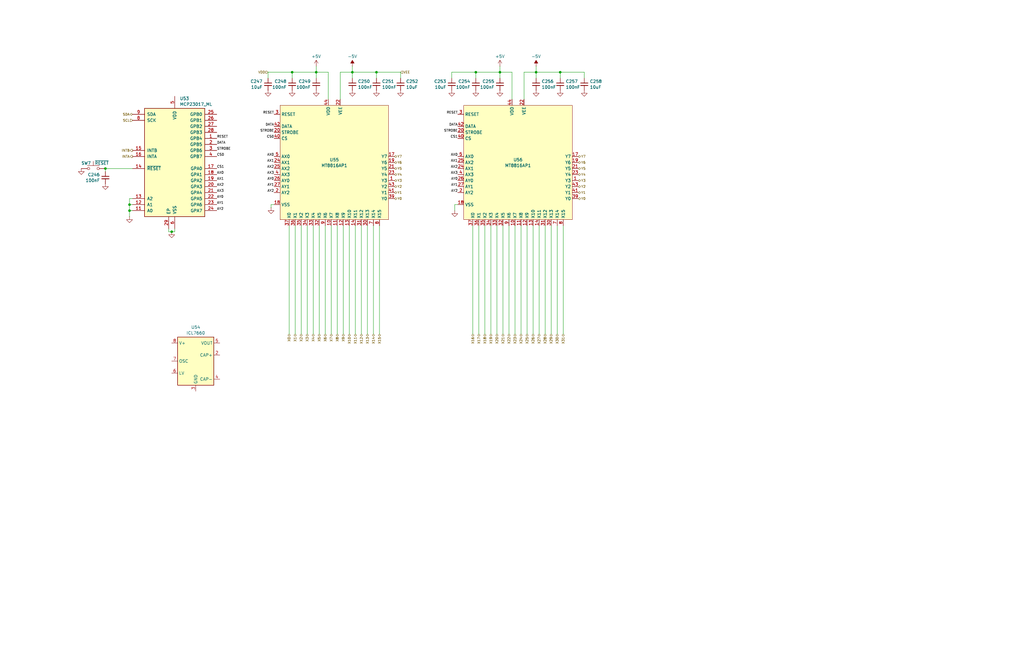
<source format=kicad_sch>
(kicad_sch (version 20250114) (generator "eeschema") (generator_version "9.0")
  (paper "B")
  (lib_symbols
    (symbol "AudioPanelLibrary:MT8816AP1"
      (property "Reference" "U" (at 0.254 2.286 0))
      (property "Value" "MT8816AP1" (at 0.254 -0.762 0))
      (symbol "MT8816AP1_0_0"
        (pin input line (at -25.4 20.32 0) (length 2.54) (name "RESET") (number "3"))
        (pin input line (at -25.4 15.24 0) (length 2.54) (name "DATA") (number "42"))
        (pin input line (at -25.4 12.7 0) (length 2.54) (name "STROBE") (number "20"))
        (pin input line (at -25.4 10.16 0) (length 2.54) (name "CS") (number "40"))
        (pin input line (at -25.4 2.54 0) (length 2.54) (name "AX0") (number "5"))
        (pin input line (at -25.4 0 0) (length 2.54) (name "AX2") (number "25"))
        (pin input line (at -25.4 -2.54 0) (length 2.54) (name "AX1") (number "24"))
        (pin input line (at -25.4 -5.08 0) (length 2.54) (name "AX3") (number "4"))
        (pin input line (at -25.4 -7.62 0) (length 2.54) (name "AY0") (number "26"))
        (pin input line (at -25.4 -10.16 0) (length 2.54) (name "AY1") (number "27"))
        (pin input line (at -25.4 -12.7 0) (length 2.54) (name "AY2") (number "2"))
        (pin power_in line (at -25.4 -17.78 0) (length 2.54) (name "VSS") (number "18"))
        (pin bidirectional line (at -19.05 -26.67 90) (length 2.54) (name "X0") (number "37"))
        (pin bidirectional line (at -16.51 -26.67 90) (length 2.54) (name "X1") (number "36"))
        (pin bidirectional line (at -13.97 -26.67 90) (length 2.54) (name "X2") (number "35"))
        (pin bidirectional line (at -11.43 -26.67 90) (length 2.54) (name "X3") (number "34"))
        (pin bidirectional line (at -8.89 -26.67 90) (length 2.54) (name "X4") (number "33"))
        (pin bidirectional line (at -6.35 -26.67 90) (length 2.54) (name "X5") (number "32"))
        (pin bidirectional line (at -3.81 -26.67 90) (length 2.54) (name "X6") (number "9"))
        (pin power_in line (at -2.54 26.67 270) (length 2.54) (name "VDD") (number "44"))
        (pin bidirectional line (at -1.27 -26.67 90) (length 2.54) (name "X7") (number "10"))
        (pin bidirectional line (at 1.27 -26.67 90) (length 2.54) (name "X8") (number "11"))
        (pin power_in line (at 2.54 26.67 270) (length 2.54) (name "VEE") (number "22"))
        (pin bidirectional line (at 3.81 -26.67 90) (length 2.54) (name "X9") (number "12"))
        (pin bidirectional line (at 6.35 -26.67 90) (length 2.54) (name "X10") (number "13"))
        (pin bidirectional line (at 8.89 -26.67 90) (length 2.54) (name "X11") (number "14"))
        (pin bidirectional line (at 11.43 -26.67 90) (length 2.54) (name "X12") (number "31"))
        (pin bidirectional line (at 13.97 -26.67 90) (length 2.54) (name "X13") (number "30"))
        (pin bidirectional line (at 16.51 -26.67 90) (length 2.54) (name "X14") (number "7"))
        (pin bidirectional line (at 19.05 -26.67 90) (length 2.54) (name "X15") (number "8"))
        (pin no_connect line (at 25.4 20.32 180) (length 2.54) (hide yes) (name "NC") (number "6"))
        (pin no_connect line (at 25.4 17.78 180) (length 2.54) (hide yes) (name "NC") (number "15"))
        (pin no_connect line (at 25.4 15.24 180) (length 2.54) (hide yes) (name "NC") (number "16"))
        (pin no_connect line (at 25.4 12.7 180) (length 2.54) (hide yes) (name "NC") (number "28"))
        (pin no_connect line (at 25.4 10.16 180) (length 2.54) (hide yes) (name "NC") (number "29"))
        (pin no_connect line (at 25.4 7.62 180) (length 2.54) (hide yes) (name "NC") (number "38"))
        (pin bidirectional line (at 25.4 2.54 180) (length 2.54) (name "Y7") (number "17"))
        (pin bidirectional line (at 25.4 0 180) (length 2.54) (name "Y6") (number "19"))
        (pin bidirectional line (at 25.4 -2.54 180) (length 2.54) (name "Y5") (number "21"))
        (pin bidirectional line (at 25.4 -5.08 180) (length 2.54) (name "Y4") (number "23"))
        (pin bidirectional line (at 25.4 -7.62 180) (length 2.54) (name "Y3") (number "1"))
        (pin bidirectional line (at 25.4 -10.16 180) (length 2.54) (name "Y2") (number "43"))
        (pin bidirectional line (at 25.4 -12.7 180) (length 2.54) (name "Y1") (number "41"))
        (pin bidirectional line (at 25.4 -15.24 180) (length 2.54) (name "Y0") (number "39"))
      )
      (symbol "MT8816AP1_1_1"
        (rectangle (start -22.86 24.13) (end 22.86 -24.13) (fill (type background)))
      )
    )
    (symbol "Device:C_Small" (pin_numbers (hide yes)) (pin_names (offset 0.254) (hide yes))
      (property "Reference" "C" (at 0.254 1.778 0))
      (property "Value" "C_Small" (at 0.254 -2.032 0))
      (symbol "C_Small_0_1"
        (polyline (pts (xy -1.524 0.508) (xy 1.524 0.508)) (stroke (width 0.3048)))
        (polyline (pts (xy -1.524 -0.508) (xy 1.524 -0.508)) (stroke (width 0.3302)))
      )
      (symbol "C_Small_1_1"
        (pin passive line (at 0 2.54 270) (length 2.032) (name "~") (number "1"))
        (pin passive line (at 0 -2.54 90) (length 2.032) (name "~") (number "2"))
      )
    )
    (symbol "Interface_Expansion:MCP23017_ML" (pin_names (offset 1.016))
      (property "Reference" "U" (at -11.43 24.13 0))
      (property "Value" "MCP23017_ML" (at 0 0 0))
      (symbol "MCP23017_ML_0_1"
        (rectangle (start -12.7 22.86) (end 12.7 -22.86) (stroke (width 0.254)) (fill (type background)))
      )
      (symbol "MCP23017_ML_1_1"
        (pin bidirectional line (at -17.78 20.32 0) (length 5.08) (name "SDA") (number "9"))
        (pin input line (at -17.78 17.78 0) (length 5.08) (name "SCK") (number "8"))
        (pin tri_state line (at -17.78 5.08 0) (length 5.08) (name "INTB") (number "15"))
        (pin tri_state line (at -17.78 2.54 0) (length 5.08) (name "INTA") (number "16"))
        (pin input line (at -17.78 -2.54 0) (length 5.08) (name "~{RESET}") (number "14"))
        (pin input line (at -17.78 -15.24 0) (length 5.08) (name "A2") (number "13"))
        (pin input line (at -17.78 -17.78 0) (length 5.08) (name "A1") (number "12"))
        (pin input line (at -17.78 -20.32 0) (length 5.08) (name "A0") (number "11"))
        (pin no_connect line (at -12.7 15.24 0) (length 5.08) (hide yes) (name "NC") (number "7"))
        (pin no_connect line (at -12.7 12.7 0) (length 5.08) (hide yes) (name "NC") (number "10"))
        (pin passive line (at -2.54 -27.94 90) (length 5.08) (name "EP") (number "29"))
        (pin power_in line (at 0 27.94 270) (length 5.08) (name "VDD") (number "5"))
        (pin power_in line (at 0 -27.94 90) (length 5.08) (name "VSS") (number "6"))
        (pin bidirectional line (at 17.78 20.32 180) (length 5.08) (name "GPB0") (number "25"))
        (pin bidirectional line (at 17.78 17.78 180) (length 5.08) (name "GPB1") (number "26"))
        (pin bidirectional line (at 17.78 15.24 180) (length 5.08) (name "GPB2") (number "27"))
        (pin bidirectional line (at 17.78 12.7 180) (length 5.08) (name "GPB3") (number "28"))
        (pin bidirectional line (at 17.78 10.16 180) (length 5.08) (name "GPB4") (number "1"))
        (pin bidirectional line (at 17.78 7.62 180) (length 5.08) (name "GPB5") (number "2"))
        (pin bidirectional line (at 17.78 5.08 180) (length 5.08) (name "GPB6") (number "3"))
        (pin output line (at 17.78 2.54 180) (length 5.08) (name "GPB7") (number "4"))
        (pin bidirectional line (at 17.78 -2.54 180) (length 5.08) (name "GPA0") (number "17"))
        (pin bidirectional line (at 17.78 -5.08 180) (length 5.08) (name "GPA1") (number "18"))
        (pin bidirectional line (at 17.78 -7.62 180) (length 5.08) (name "GPA2") (number "19"))
        (pin bidirectional line (at 17.78 -10.16 180) (length 5.08) (name "GPA3") (number "20"))
        (pin bidirectional line (at 17.78 -12.7 180) (length 5.08) (name "GPA4") (number "21"))
        (pin bidirectional line (at 17.78 -15.24 180) (length 5.08) (name "GPA5") (number "22"))
        (pin bidirectional line (at 17.78 -17.78 180) (length 5.08) (name "GPA6") (number "23"))
        (pin output line (at 17.78 -20.32 180) (length 5.08) (name "GPA7") (number "24"))
      )
    )
    (symbol "MT8816AP1_1"
      (property "Reference" "U" (at 0.254 2.286 0))
      (property "Value" "MT8816AP1" (at 0.254 -0.762 0))
      (symbol "MT8816AP1_1_0_0"
        (pin input line (at -25.4 20.32 0) (length 2.54) (name "RESET") (number "3"))
        (pin input line (at -25.4 15.24 0) (length 2.54) (name "DATA") (number "42"))
        (pin input line (at -25.4 12.7 0) (length 2.54) (name "STROBE") (number "20"))
        (pin input line (at -25.4 10.16 0) (length 2.54) (name "CS") (number "40"))
        (pin input line (at -25.4 2.54 0) (length 2.54) (name "AX0") (number "5"))
        (pin input line (at -25.4 0 0) (length 2.54) (name "AX1") (number "24"))
        (pin input line (at -25.4 -2.54 0) (length 2.54) (name "AX2") (number "25"))
        (pin input line (at -25.4 -5.08 0) (length 2.54) (name "AX3") (number "4"))
        (pin input line (at -25.4 -7.62 0) (length 2.54) (name "AY0") (number "26"))
        (pin input line (at -25.4 -10.16 0) (length 2.54) (name "AY1") (number "27"))
        (pin input line (at -25.4 -12.7 0) (length 2.54) (name "AY2") (number "2"))
        (pin power_in line (at -25.4 -17.78 0) (length 2.54) (name "VSS") (number "18"))
        (pin bidirectional line (at -19.05 -26.67 90) (length 2.54) (name "X0") (number "37"))
        (pin bidirectional line (at -16.51 -26.67 90) (length 2.54) (name "X1") (number "36"))
        (pin bidirectional line (at -13.97 -26.67 90) (length 2.54) (name "X2") (number "35"))
        (pin bidirectional line (at -11.43 -26.67 90) (length 2.54) (name "X3") (number "34"))
        (pin bidirectional line (at -8.89 -26.67 90) (length 2.54) (name "X4") (number "33"))
        (pin bidirectional line (at -6.35 -26.67 90) (length 2.54) (name "X5") (number "32"))
        (pin bidirectional line (at -3.81 -26.67 90) (length 2.54) (name "X6") (number "9"))
        (pin power_in line (at -2.54 26.67 270) (length 2.54) (name "VDD") (number "44"))
        (pin bidirectional line (at -1.27 -26.67 90) (length 2.54) (name "X7") (number "10"))
        (pin bidirectional line (at 1.27 -26.67 90) (length 2.54) (name "X8") (number "11"))
        (pin power_in line (at 2.54 26.67 270) (length 2.54) (name "VEE") (number "22"))
        (pin bidirectional line (at 3.81 -26.67 90) (length 2.54) (name "X9") (number "12"))
        (pin bidirectional line (at 6.35 -26.67 90) (length 2.54) (name "X10") (number "13"))
        (pin bidirectional line (at 8.89 -26.67 90) (length 2.54) (name "X11") (number "14"))
        (pin bidirectional line (at 11.43 -26.67 90) (length 2.54) (name "X12") (number "31"))
        (pin bidirectional line (at 13.97 -26.67 90) (length 2.54) (name "X13") (number "30"))
        (pin bidirectional line (at 16.51 -26.67 90) (length 2.54) (name "X14") (number "7"))
        (pin bidirectional line (at 19.05 -26.67 90) (length 2.54) (name "X15") (number "8"))
        (pin no_connect line (at 25.4 20.32 180) (length 2.54) (hide yes) (name "NC") (number "6"))
        (pin no_connect line (at 25.4 17.78 180) (length 2.54) (hide yes) (name "NC") (number "15"))
        (pin no_connect line (at 25.4 15.24 180) (length 2.54) (hide yes) (name "NC") (number "16"))
        (pin no_connect line (at 25.4 12.7 180) (length 2.54) (hide yes) (name "NC") (number "28"))
        (pin no_connect line (at 25.4 10.16 180) (length 2.54) (hide yes) (name "NC") (number "29"))
        (pin no_connect line (at 25.4 7.62 180) (length 2.54) (hide yes) (name "NC") (number "38"))
        (pin bidirectional line (at 25.4 2.54 180) (length 2.54) (name "Y7") (number "17"))
        (pin bidirectional line (at 25.4 0 180) (length 2.54) (name "Y6") (number "19"))
        (pin bidirectional line (at 25.4 -2.54 180) (length 2.54) (name "Y5") (number "21"))
        (pin bidirectional line (at 25.4 -5.08 180) (length 2.54) (name "Y4") (number "23"))
        (pin bidirectional line (at 25.4 -7.62 180) (length 2.54) (name "Y3") (number "1"))
        (pin bidirectional line (at 25.4 -10.16 180) (length 2.54) (name "Y2") (number "43"))
        (pin bidirectional line (at 25.4 -12.7 180) (length 2.54) (name "Y1") (number "41"))
        (pin bidirectional line (at 25.4 -15.24 180) (length 2.54) (name "Y0") (number "39"))
      )
      (symbol "MT8816AP1_1_1_1"
        (rectangle (start -22.86 24.13) (end 22.86 -24.13) (fill (type background)))
      )
    )
    (symbol "Regulator_SwitchedCapacitor:ICL7660"
      (property "Reference" "U" (at -6.35 11.43 0))
      (property "Value" "ICL7660" (at 3.81 11.43 0))
      (symbol "ICL7660_0_1"
        (rectangle (start -7.62 10.16) (end 7.62 -10.16) (stroke (width 0.254)) (fill (type background)))
      )
      (symbol "ICL7660_1_1"
        (pin power_in line (at -10.16 7.62 0) (length 2.54) (name "V+") (number "8"))
        (pin input line (at -10.16 0 0) (length 2.54) (name "OSC") (number "7"))
        (pin input line (at -10.16 -5.08 0) (length 2.54) (name "LV") (number "6"))
        (pin no_connect line (at -7.62 5.08 0) (length 2.54) (hide yes) (name "NC") (number "1"))
        (pin power_in line (at 0 -12.7 90) (length 2.54) (name "GND") (number "3"))
        (pin power_out line (at 10.16 7.62 180) (length 2.54) (name "VOUT") (number "5"))
        (pin input line (at 10.16 2.54 180) (length 2.54) (name "CAP+") (number "2"))
        (pin input line (at 10.16 -7.62 180) (length 2.54) (name "CAP-") (number "4"))
      )
    )
    (symbol "Switch:SW_Push" (pin_numbers (hide yes)) (pin_names (offset 1.016) (hide yes))
      (property "Reference" "SW" (at 1.27 2.54 0))
      (property "Value" "SW_Push" (at 0 -1.524 0))
      (symbol "SW_Push_0_1"
        (circle (center -2.032 0) (radius 0.508))
        (polyline (pts (xy 0 1.27) (xy 0 3.048)))
        (circle (center 2.032 0) (radius 0.508))
        (polyline (pts (xy 2.54 1.27) (xy -2.54 1.27)))
        (pin passive line (at -5.08 0 0) (length 2.54) (name "1") (number "1"))
        (pin passive line (at 5.08 0 180) (length 2.54) (name "2") (number "2"))
      )
    )
    (symbol "power:+5V" (power) (pin_numbers (hide yes)) (pin_names (offset 0) (hide yes))
      (property "Value" "+5V" (at 0 3.556 0))
      (symbol "+5V_0_1"
        (polyline (pts (xy -0.762 1.27) (xy 0 2.54)))
        (polyline (pts (xy 0 2.54) (xy 0.762 1.27)))
        (polyline (pts (xy 0 0) (xy 0 2.54)))
      )
      (symbol "+5V_1_1"
        (pin power_in line (at 0 0 90) (length 0) (name "~") (number "1"))
      )
    )
    (symbol "power:-5V" (power) (pin_numbers (hide yes)) (pin_names (offset 0) (hide yes))
      (property "Value" "-5V" (at 0 3.556 0))
      (symbol "-5V_0_0"
        (pin power_in line (at 0 0 90) (length 0) (name "~") (number "1"))
      )
      (symbol "-5V_0_1"
        (polyline (pts (xy 0 0) (xy 0 1.27) (xy 0.762 1.27) (xy 0 2.54) (xy -0.762 1.27) (xy 0 1.27)) (fill (type outline)))
      )
    )
    (symbol "power:GND" (power) (pin_numbers (hide yes)) (pin_names (offset 0) (hide yes))
      (property "Value" "GND" (at 0 -3.81 0))
      (symbol "GND_0_1"
        (polyline (pts (xy 0 0) (xy 0 -1.27) (xy 1.27 -1.27) (xy 0 -2.54) (xy -1.27 -1.27) (xy 0 -1.27)))
      )
      (symbol "GND_1_1"
        (pin power_in line (at 0 0 270) (length 0) (name "~") (number "1"))
      )
    )
  )
  (junction (at 123.19 30.48))
  (junction (at 133.35 30.48))
  (junction (at 210.82 30.48))
  (junction (at 158.75 30.48))
  (junction (at 226.06 30.48))
  (junction (at 200.66 30.48))
  (junction (at 148.59 30.48))
  (junction (at 72.39 97.79))
  (junction (at 54.61 88.9))
  (junction (at 236.22 30.48))
  (junction (at 44.45 71.12))
  (junction (at 54.61 86.36))
  (wire (pts (xy 123.19 30.48) (xy 133.35 30.48)))
  (wire (pts (xy 114.3 86.36) (xy 115.57 86.36)))
  (wire (pts (xy 121.92 95.25) (xy 121.92 140.97)))
  (wire (pts (xy 73.66 96.52) (xy 73.66 97.79)))
  (wire (pts (xy 54.61 86.36) (xy 55.88 86.36)))
  (wire (pts (xy 226.06 30.48) (xy 226.06 33.02)))
  (wire (pts (xy 147.32 95.25) (xy 147.32 140.97)))
  (wire (pts (xy 123.19 33.02) (xy 123.19 30.48)))
  (wire (pts (xy 210.82 27.94) (xy 210.82 30.48)))
  (wire (pts (xy 54.61 83.82) (xy 55.88 83.82)))
  (wire (pts (xy 201.93 95.25) (xy 201.93 140.97)))
  (wire (pts (xy 54.61 91.44) (xy 54.61 88.9)))
  (wire (pts (xy 129.54 95.25) (xy 129.54 140.97)))
  (wire (pts (xy 144.78 95.25) (xy 144.78 140.97)))
  (wire (pts (xy 148.59 27.94) (xy 148.59 30.48)))
  (wire (pts (xy 152.4 95.25) (xy 152.4 140.97)))
  (wire (pts (xy 226.06 27.94) (xy 226.06 30.48)))
  (wire (pts (xy 73.66 97.79) (xy 72.39 97.79)))
  (wire (pts (xy 209.55 95.25) (xy 209.55 140.97)))
  (wire (pts (xy 134.62 95.25) (xy 134.62 140.97)))
  (wire (pts (xy 133.35 27.94) (xy 133.35 30.48)))
  (wire (pts (xy 168.91 30.48) (xy 168.91 33.02)))
  (wire (pts (xy 229.87 95.25) (xy 229.87 140.97)))
  (wire (pts (xy 72.39 97.79) (xy 71.12 97.79)))
  (wire (pts (xy 160.02 95.25) (xy 160.02 140.97)))
  (wire (pts (xy 154.94 95.25) (xy 154.94 140.97)))
  (wire (pts (xy 158.75 30.48) (xy 158.75 33.02)))
  (wire (pts (xy 190.5 30.48) (xy 200.66 30.48)))
  (wire (pts (xy 54.61 88.9) (xy 54.61 86.36)))
  (wire (pts (xy 54.61 86.36) (xy 54.61 83.82)))
  (wire (pts (xy 217.17 95.25) (xy 217.17 140.97)))
  (wire (pts (xy 54.61 88.9) (xy 55.88 88.9)))
  (wire (pts (xy 157.48 95.25) (xy 157.48 140.97)))
  (wire (pts (xy 113.03 30.48) (xy 113.03 33.02)))
  (wire (pts (xy 127 95.25) (xy 127 140.97)))
  (wire (pts (xy 246.38 30.48) (xy 246.38 33.02)))
  (wire (pts (xy 149.86 95.25) (xy 149.86 140.97)))
  (wire (pts (xy 158.75 30.48) (xy 168.91 30.48)))
  (wire (pts (xy 212.09 95.25) (xy 212.09 140.97)))
  (wire (pts (xy 138.43 30.48) (xy 133.35 30.48)))
  (wire (pts (xy 148.59 30.48) (xy 158.75 30.48)))
  (wire (pts (xy 114.3 87.63) (xy 114.3 86.36)))
  (wire (pts (xy 214.63 95.25) (xy 214.63 140.97)))
  (wire (pts (xy 210.82 30.48) (xy 210.82 33.02)))
  (wire (pts (xy 236.22 30.48) (xy 236.22 33.02)))
  (wire (pts (xy 226.06 30.48) (xy 236.22 30.48)))
  (wire (pts (xy 199.39 95.25) (xy 199.39 140.97)))
  (wire (pts (xy 148.59 30.48) (xy 148.59 33.02)))
  (wire (pts (xy 133.35 30.48) (xy 133.35 33.02)))
  (wire (pts (xy 234.95 95.25) (xy 234.95 140.97)))
  (wire (pts (xy 143.51 30.48) (xy 148.59 30.48)))
  (wire (pts (xy 224.79 95.25) (xy 224.79 140.97)))
  (wire (pts (xy 207.01 95.25) (xy 207.01 140.97)))
  (wire (pts (xy 227.33 95.25) (xy 227.33 140.97)))
  (wire (pts (xy 237.49 95.25) (xy 237.49 140.97)))
  (wire (pts (xy 215.9 30.48) (xy 210.82 30.48)))
  (wire (pts (xy 191.77 88.9) (xy 191.77 86.36)))
  (wire (pts (xy 44.45 71.12) (xy 44.45 72.39)))
  (wire (pts (xy 220.98 41.91) (xy 220.98 30.48)))
  (wire (pts (xy 200.66 30.48) (xy 210.82 30.48)))
  (wire (pts (xy 142.24 95.25) (xy 142.24 140.97)))
  (wire (pts (xy 222.25 95.25) (xy 222.25 140.97)))
  (wire (pts (xy 190.5 30.48) (xy 190.5 33.02)))
  (wire (pts (xy 219.71 95.25) (xy 219.71 140.97)))
  (wire (pts (xy 132.08 95.25) (xy 132.08 140.97)))
  (wire (pts (xy 124.46 95.25) (xy 124.46 140.97)))
  (wire (pts (xy 236.22 30.48) (xy 246.38 30.48)))
  (wire (pts (xy 139.7 95.25) (xy 139.7 140.97)))
  (wire (pts (xy 215.9 41.91) (xy 215.9 30.48)))
  (wire (pts (xy 200.66 33.02) (xy 200.66 30.48)))
  (wire (pts (xy 204.47 95.25) (xy 204.47 140.97)))
  (wire (pts (xy 44.45 71.12) (xy 55.88 71.12)))
  (wire (pts (xy 137.16 95.25) (xy 137.16 140.97)))
  (wire (pts (xy 71.12 96.52) (xy 71.12 97.79)))
  (wire (pts (xy 143.51 41.91) (xy 143.51 30.48)))
  (wire (pts (xy 191.77 86.36) (xy 193.04 86.36)))
  (wire (pts (xy 220.98 30.48) (xy 226.06 30.48)))
  (wire (pts (xy 113.03 30.48) (xy 123.19 30.48)))
  (wire (pts (xy 138.43 41.91) (xy 138.43 30.48)))
  (wire (pts (xy 232.41 95.25) (xy 232.41 140.97)))
  (label "CS0" (at 115.57 58.42 180) (effects (font (size 1 1))))
  (label "RESET" (at 115.57 48.26 180) (effects (font (size 1 1))))
  (label "AX2" (at 193.04 71.12 180) (effects (font (size 1 1))))
  (label "AY0" (at 115.57 76.2 180) (effects (font (size 1 1))))
  (label "STROBE" (at 115.57 55.88 180) (effects (font (size 1 1))))
  (label "AX2" (at 91.44 78.74 0) (effects (font (size 1 1))))
  (label "AY0" (at 91.44 83.82 0) (effects (font (size 1 1))))
  (label "AX1" (at 91.44 76.2 0) (effects (font (size 1 1))))
  (label "AX0" (at 193.04 66.04 180) (effects (font (size 1 1))))
  (label "AY2" (at 115.57 81.28 180) (effects (font (size 1 1))))
  (label "AY1" (at 91.44 86.36 0) (effects (font (size 1 1))))
  (label "AY1" (at 115.57 78.74 180) (effects (font (size 1 1))))
  (label "CS1" (at 91.44 71.12 0) (effects (font (size 1 1))))
  (label "CS0" (at 91.44 66.04 0) (effects (font (size 1 1))))
  (label "AY2" (at 91.44 88.9 0) (effects (font (size 1 1))))
  (label "AX1" (at 193.04 68.58 180) (effects (font (size 1 1))))
  (label "RESET" (at 91.44 58.42 0) (effects (font (size 1 1))))
  (label "STROBE" (at 193.04 55.88 180) (effects (font (size 1 1))))
  (label "AY1" (at 193.04 78.74 180) (effects (font (size 1 1))))
  (label "DATA" (at 115.57 53.34 180) (effects (font (size 1 1))))
  (label "AX0" (at 91.44 73.66 0) (effects (font (size 1 1))))
  (label "AX0" (at 115.57 66.04 180) (effects (font (size 1 1))))
  (label "RESET" (at 193.04 48.26 180) (effects (font (size 1 1))))
  (label "AX1" (at 115.57 68.58 180) (effects (font (size 1 1))))
  (label "AX3" (at 91.44 81.28 0) (effects (font (size 1 1))))
  (label "AX3" (at 115.57 73.66 180) (effects (font (size 1 1))))
  (label "DATA" (at 193.04 53.34 180) (effects (font (size 1 1))))
  (label "AY2" (at 193.04 81.28 180) (effects (font (size 1 1))))
  (label "AX3" (at 193.04 73.66 180) (effects (font (size 1 1))))
  (label "CS1" (at 193.04 58.42 180) (effects (font (size 1 1))))
  (label "AY0" (at 193.04 76.2 180) (effects (font (size 1 1))))
  (label "STROBE" (at 91.44 63.5 0) (effects (font (size 1 1))))
  (label "DATA" (at 91.44 60.96 0) (effects (font (size 1 1))))
  (label "AX2" (at 115.57 71.12 180) (effects (font (size 1 1))))
  (hierarchical_label "X27" (shape bidirectional) (at 227.33 140.97 270) (effects (font (size 1 1))))
  (hierarchical_label "Y6" (shape bidirectional) (at 166.37 68.58 0) (effects (font (size 1 1))))
  (hierarchical_label "X23" (shape bidirectional) (at 217.17 140.97 270) (effects (font (size 1 1))))
  (hierarchical_label "X0" (shape bidirectional) (at 121.92 140.97 270) (effects (font (size 1 1))))
  (hierarchical_label "Y2" (shape bidirectional) (at 243.84 78.74 0) (effects (font (size 1 1))))
  (hierarchical_label "Y0" (shape bidirectional) (at 243.84 83.82 0) (effects (font (size 1 1))))
  (hierarchical_label "X7" (shape bidirectional) (at 139.7 140.97 270) (effects (font (size 1 1))))
  (hierarchical_label "Y5" (shape bidirectional) (at 243.84 71.12 0) (effects (font (size 1 1))))
  (hierarchical_label "Y4" (shape bidirectional) (at 243.84 73.66 0) (effects (font (size 1 1))))
  (hierarchical_label "Y1" (shape bidirectional) (at 243.84 81.28 0) (effects (font (size 1 1))))
  (hierarchical_label "Y1" (shape bidirectional) (at 166.37 81.28 0) (effects (font (size 1 1))))
  (hierarchical_label "X6" (shape bidirectional) (at 137.16 140.97 270) (effects (font (size 1 1))))
  (hierarchical_label "X20" (shape bidirectional) (at 209.55 140.97 270) (effects (font (size 1 1))))
  (hierarchical_label "Y3" (shape bidirectional) (at 166.37 76.2 0) (effects (font (size 1 1))))
  (hierarchical_label "Y2" (shape bidirectional) (at 166.37 78.74 0) (effects (font (size 1 1))))
  (hierarchical_label "X9" (shape bidirectional) (at 144.78 140.97 270) (effects (font (size 1 1))))
  (hierarchical_label "X30" (shape bidirectional) (at 234.95 140.97 270) (effects (font (size 1 1))))
  (hierarchical_label "Y7" (shape bidirectional) (at 166.37 66.04 0) (effects (font (size 1 1))))
  (hierarchical_label "X12" (shape bidirectional) (at 152.4 140.97 270) (effects (font (size 1 1))))
  (hierarchical_label "X13" (shape bidirectional) (at 154.94 140.97 270) (effects (font (size 1 1))))
  (hierarchical_label "SDA" (shape bidirectional) (at 55.88 48.26 180) (effects (font (size 1 1))))
  (hierarchical_label "Y4" (shape bidirectional) (at 166.37 73.66 0) (effects (font (size 1 1))))
  (hierarchical_label "X21" (shape bidirectional) (at 212.09 140.97 270) (effects (font (size 1 1))))
  (hierarchical_label "VDD" (shape input) (at 113.03 30.48 180) (effects (font (size 1 1))))
  (hierarchical_label "Y5" (shape bidirectional) (at 166.37 71.12 0) (effects (font (size 1 1))))
  (hierarchical_label "X8" (shape bidirectional) (at 142.24 140.97 270) (effects (font (size 1 1))))
  (hierarchical_label "Y7" (shape bidirectional) (at 243.84 66.04 0) (effects (font (size 1 1))))
  (hierarchical_label "SCL" (shape input) (at 55.88 50.8 180) (effects (font (size 1 1))))
  (hierarchical_label "X25" (shape bidirectional) (at 222.25 140.97 270) (effects (font (size 1 1))))
  (hierarchical_label "X19" (shape bidirectional) (at 207.01 140.97 270) (effects (font (size 1 1))))
  (hierarchical_label "X1" (shape bidirectional) (at 124.46 140.97 270) (effects (font (size 1 1))))
  (hierarchical_label "X3" (shape bidirectional) (at 129.54 140.97 270) (effects (font (size 1 1))))
  (hierarchical_label "Y0" (shape bidirectional) (at 166.37 83.82 0) (effects (font (size 1 1))))
  (hierarchical_label "Y6" (shape bidirectional) (at 243.84 68.58 0) (effects (font (size 1 1))))
  (hierarchical_label "X29" (shape bidirectional) (at 232.41 140.97 270) (effects (font (size 1 1))))
  (hierarchical_label "X28" (shape bidirectional) (at 229.87 140.97 270) (effects (font (size 1 1))))
  (hierarchical_label "X16" (shape bidirectional) (at 199.39 140.97 270) (effects (font (size 1 1))))
  (hierarchical_label "X24" (shape bidirectional) (at 219.71 140.97 270) (effects (font (size 1 1))))
  (hierarchical_label "X18" (shape bidirectional) (at 204.47 140.97 270) (effects (font (size 1 1))))
  (hierarchical_label "X17" (shape bidirectional) (at 201.93 140.97 270) (effects (font (size 1 1))))
  (hierarchical_label "INTA" (shape output) (at 55.88 66.04 180) (effects (font (size 1 1))))
  (hierarchical_label "VEE" (shape input) (at 168.91 30.48 0) (effects (font (size 1 1))))
  (hierarchical_label "X22" (shape bidirectional) (at 214.63 140.97 270) (effects (font (size 1 1))))
  (hierarchical_label "X14" (shape bidirectional) (at 157.48 140.97 270) (effects (font (size 1 1))))
  (hierarchical_label "INTB" (shape output) (at 55.88 63.5 180) (effects (font (size 1 1))))
  (hierarchical_label "X15" (shape bidirectional) (at 160.02 140.97 270) (effects (font (size 1 1))))
  (hierarchical_label "X5" (shape bidirectional) (at 134.62 140.97 270) (effects (font (size 1 1))))
  (hierarchical_label "X31" (shape bidirectional) (at 237.49 140.97 270) (effects (font (size 1 1))))
  (hierarchical_label "X11" (shape bidirectional) (at 149.86 140.97 270) (effects (font (size 1 1))))
  (hierarchical_label "X2" (shape bidirectional) (at 127 140.97 270) (effects (font (size 1 1))))
  (hierarchical_label "X10" (shape bidirectional) (at 147.32 140.97 270) (effects (font (size 1 1))))
  (hierarchical_label "X26" (shape bidirectional) (at 224.79 140.97 270) (effects (font (size 1 1))))
  (hierarchical_label "X4" (shape bidirectional) (at 132.08 140.97 270) (effects (font (size 1 1))))
  (hierarchical_label "Y3" (shape bidirectional) (at 243.84 76.2 0) (effects (font (size 1 1))))
  (symbol (lib_id "Device:C_Small") (at 246.38 35.56 0) (unit 1)
    (property "Reference" "C258" (at 248.7041 34.3541 0) (effects (justify left)))
    (property "Value" "10uF" (at 248.7041 36.7784 0) (effects (justify left)))
    (property "Description" "Unpolarized capacitor, small symbol" (effects (hide yes)))
  )
  (symbol (lib_id "Device:C_Small") (at 158.75 35.56 0) (unit 1)
    (property "Reference" "C251" (at 161.0741 34.3541 0) (effects (justify left)))
    (property "Value" "100nF" (at 161.0741 36.7784 0) (effects (justify left)))
    (property "Description" "Unpolarized capacitor, small symbol" (effects (hide yes)))
  )
  (symbol (lib_id "power:GND") (at 54.61 91.44 0) (unit 1)
    (property "Reference" "#PWR0447" (effects (hide yes)))
    (property "Value" "GND" (effects (hide yes)))
    (property "Description" "Power symbol creates a global label with name \"GND\" , ground" (effects (hide yes)))
  )
  (symbol (lib_id "power:GND") (at 113.03 38.1 0) (unit 1)
    (property "Reference" "#PWR0451" (effects (hide yes)))
    (property "Value" "GND" (effects (hide yes)))
    (property "Description" "Power symbol creates a global label with name \"GND\" , ground" (effects (hide yes)))
  )
  (symbol (lib_id "power:+5V") (at 210.82 27.94 0) (unit 1)
    (property "Reference" "#PWR0463" (effects (hide yes)))
    (property "Value" "+5V" (at 210.82 23.8069 0))
    (property "Description" "Power symbol creates a global label with name \"+5V\"" (effects (hide yes)))
  )
  (symbol (lib_id "AudioPanelLibrary:MT8816AP1") (at 218.44 68.58 0) (unit 1)
    (property "Reference" "U56" (at 218.44 67.4257 0))
    (property "Value" "MT8816AP1" (at 218.44 69.85 0))
    (property "Footprint" "Package_LCC:PLCC-44" (effects (hide yes)))
    (property "Datasheet" "https://www.es.co.th/Schemetic/PDF/MT8816.PDF" (effects (hide yes)))
    (property "Description" "8 x 16 Analog Switch Array" (effects (hide yes)))
  )
  (symbol (lib_id "Device:C_Small") (at 236.22 35.56 0) (unit 1)
    (property "Reference" "C257" (at 238.5441 34.3541 0) (effects (justify left)))
    (property "Value" "100nF" (at 238.5441 36.7784 0) (effects (justify left)))
    (property "Description" "Unpolarized capacitor, small symbol" (effects (hide yes)))
  )
  (symbol (lib_id "Regulator_SwitchedCapacitor:ICL7660") (at 82.55 152.4 0) (unit 1)
    (property "Reference" "U54" (at 82.55 138.0955 0))
    (property "Value" "ICL7660" (at 82.55 140.5198 0))
    (property "Datasheet" "http://datasheets.maximintegrated.com/en/ds/ICL7660-MAX1044.pdf" (effects (hide yes)))
    (property "Description" "Switched-Capacitor Voltage Converter, 1.5V to 10.0V operating supply voltage, 10mA with a 0.5V output drop, SO-8/DIP-8/µMAX-8/TO-99" (effects (hide yes)))
  )
  (symbol (lib_id "power:GND") (at 34.29 71.12 0) (unit 1)
    (property "Reference" "#PWR0445" (effects (hide yes)))
    (property "Value" "GND" (effects (hide yes)))
    (property "Description" "Power symbol creates a global label with name \"GND\" , ground" (effects (hide yes)))
  )
  (symbol (lib_id "power:+5V") (at 133.35 27.94 0) (unit 1)
    (property "Reference" "#PWR0454" (effects (hide yes)))
    (property "Value" "+5V" (at 133.35 23.8069 0))
    (property "Description" "Power symbol creates a global label with name \"+5V\"" (effects (hide yes)))
  )
  (symbol (lib_id "power:GND") (at 200.66 38.1 0) (unit 1)
    (property "Reference" "#PWR0462" (effects (hide yes)))
    (property "Value" "GND" (effects (hide yes)))
    (property "Description" "Power symbol creates a global label with name \"GND\" , ground" (effects (hide yes)))
  )
  (symbol (lib_name "MT8816AP1_1") (lib_id "AudioPanelLibrary:MT8816AP1") (at 140.97 68.58 0) (unit 1)
    (property "Reference" "U55" (at 140.97 67.4257 0))
    (property "Value" "MT8816AP1" (at 140.97 69.85 0))
    (property "Footprint" "Package_LCC:PLCC-44" (effects (hide yes)))
    (property "Datasheet" "https://www.es.co.th/Schemetic/PDF/MT8816.PDF" (effects (hide yes)))
    (property "Description" "8 x 16 Analog Switch Array" (effects (hide yes)))
  )
  (symbol (lib_id "power:GND") (at 158.75 38.1 0) (unit 1)
    (property "Reference" "#PWR0458" (effects (hide yes)))
    (property "Value" "GND" (effects (hide yes)))
    (property "Description" "Power symbol creates a global label with name \"GND\" , ground" (effects (hide yes)))
  )
  (symbol (lib_id "Device:C_Small") (at 133.35 35.56 0) (mirror y) (unit 1)
    (property "Reference" "C249" (at 131.0259 34.3541 0) (effects (justify left)))
    (property "Value" "100nF" (at 131.0259 36.7784 0) (effects (justify left)))
    (property "Description" "Unpolarized capacitor, small symbol" (effects (hide yes)))
  )
  (symbol (lib_id "power:GND") (at 114.3 87.63 0) (unit 1)
    (property "Reference" "#PWR0452" (effects (hide yes)))
    (property "Value" "GND" (effects (hide yes)))
    (property "Description" "Power symbol creates a global label with name \"GND\" , ground" (effects (hide yes)))
  )
  (symbol (lib_id "Device:C_Small") (at 44.45 74.93 0) (mirror y) (unit 1)
    (property "Reference" "C246" (at 42.1259 73.7241 0) (effects (justify left)))
    (property "Value" "100nF" (at 42.1259 76.1484 0) (effects (justify left)))
    (property "Description" "Unpolarized capacitor, small symbol" (effects (hide yes)))
  )
  (symbol (lib_id "Device:C_Small") (at 123.19 35.56 0) (mirror y) (unit 1)
    (property "Reference" "C248" (at 120.8659 34.3541 0) (effects (justify left)))
    (property "Value" "100nF" (at 120.8659 36.7784 0) (effects (justify left)))
    (property "Description" "Unpolarized capacitor, small symbol" (effects (hide yes)))
  )
  (symbol (lib_id "Device:C_Small") (at 190.5 35.56 0) (mirror y) (unit 1)
    (property "Reference" "C253" (at 188.1759 34.3541 0) (effects (justify left)))
    (property "Value" "10uF" (at 188.1759 36.7784 0) (effects (justify left)))
    (property "Description" "Unpolarized capacitor, small symbol" (effects (hide yes)))
  )
  (symbol (lib_id "power:GND") (at 72.39 97.79 0) (unit 1)
    (property "Reference" "#PWR0449" (effects (hide yes)))
    (property "Value" "GND" (effects (hide yes)))
    (property "Description" "Power symbol creates a global label with name \"GND\" , ground" (effects (hide yes)))
  )
  (symbol (lib_id "Device:C_Small") (at 200.66 35.56 0) (mirror y) (unit 1)
    (property "Reference" "C254" (at 198.3359 34.3541 0) (effects (justify left)))
    (property "Value" "100nF" (at 198.3359 36.7784 0) (effects (justify left)))
    (property "Description" "Unpolarized capacitor, small symbol" (effects (hide yes)))
  )
  (symbol (lib_id "Switch:SW_Push") (at 39.37 71.12 0) (unit 1)
    (property "Reference" "SW7" (at 36.322 68.834 0))
    (property "Value" "~{RESET}" (at 42.926 68.834 0))
    (property "Footprint" "Button_Switch_SMD:SW_SPST_TL3342" (effects (hide yes)))
    (property "Description" "Push button switch, generic, two pins" (effects (hide yes)))
  )
  (symbol (lib_id "power:GND") (at 246.38 38.1 0) (unit 1)
    (property "Reference" "#PWR0468" (effects (hide yes)))
    (property "Value" "GND" (effects (hide yes)))
    (property "Description" "Power symbol creates a global label with name \"GND\" , ground" (effects (hide yes)))
  )
  (symbol (lib_id "power:GND") (at 133.35 38.1 0) (unit 1)
    (property "Reference" "#PWR0455" (effects (hide yes)))
    (property "Value" "GND" (effects (hide yes)))
    (property "Description" "Power symbol creates a global label with name \"GND\" , ground" (effects (hide yes)))
  )
  (symbol (lib_id "power:-5V") (at 226.06 27.94 0) (unit 1)
    (property "Reference" "#PWR0465" (effects (hide yes)))
    (property "Value" "-5V" (at 226.06 23.8069 0))
    (property "Description" "Power symbol creates a global label with name \"-5V\"" (effects (hide yes)))
  )
  (symbol (lib_id "power:GND") (at 210.82 38.1 0) (unit 1)
    (property "Reference" "#PWR0464" (effects (hide yes)))
    (property "Value" "GND" (effects (hide yes)))
    (property "Description" "Power symbol creates a global label with name \"GND\" , ground" (effects (hide yes)))
  )
  (symbol (lib_id "Device:C_Small") (at 210.82 35.56 0) (mirror y) (unit 1)
    (property "Reference" "C255" (at 208.4959 34.3541 0) (effects (justify left)))
    (property "Value" "100nF" (at 208.4959 36.7784 0) (effects (justify left)))
    (property "Description" "Unpolarized capacitor, small symbol" (effects (hide yes)))
  )
  (symbol (lib_id "power:GND") (at 44.45 77.47 0) (unit 1)
    (property "Reference" "#PWR0446" (effects (hide yes)))
    (property "Value" "GND" (effects (hide yes)))
    (property "Description" "Power symbol creates a global label with name \"GND\" , ground" (effects (hide yes)))
  )
  (symbol (lib_id "power:GND") (at 226.06 38.1 0) (unit 1)
    (property "Reference" "#PWR0466" (effects (hide yes)))
    (property "Value" "GND" (effects (hide yes)))
    (property "Description" "Power symbol creates a global label with name \"GND\" , ground" (effects (hide yes)))
  )
  (symbol (lib_id "power:GND") (at 190.5 38.1 0) (unit 1)
    (property "Reference" "#PWR0460" (effects (hide yes)))
    (property "Value" "GND" (effects (hide yes)))
    (property "Description" "Power symbol creates a global label with name \"GND\" , ground" (effects (hide yes)))
  )
  (symbol (lib_id "Device:C_Small") (at 148.59 35.56 0) (unit 1)
    (property "Reference" "C250" (at 150.9141 34.3541 0) (effects (justify left)))
    (property "Value" "100nF" (at 150.9141 36.7784 0) (effects (justify left)))
    (property "Description" "Unpolarized capacitor, small symbol" (effects (hide yes)))
  )
  (symbol (lib_id "power:GND") (at 168.91 38.1 0) (unit 1)
    (property "Reference" "#PWR0459" (effects (hide yes)))
    (property "Value" "GND" (effects (hide yes)))
    (property "Description" "Power symbol creates a global label with name \"GND\" , ground" (effects (hide yes)))
  )
  (symbol (lib_id "power:GND") (at 123.19 38.1 0) (unit 1)
    (property "Reference" "#PWR0453" (effects (hide yes)))
    (property "Value" "GND" (effects (hide yes)))
    (property "Description" "Power symbol creates a global label with name \"GND\" , ground" (effects (hide yes)))
  )
  (symbol (lib_id "power:-5V") (at 148.59 27.94 0) (unit 1)
    (property "Reference" "#PWR0456" (effects (hide yes)))
    (property "Value" "-5V" (at 148.59 23.8069 0))
    (property "Description" "Power symbol creates a global label with name \"-5V\"" (effects (hide yes)))
  )
  (symbol (lib_id "power:GND") (at 191.77 88.9 0) (unit 1)
    (property "Reference" "#PWR0461" (effects (hide yes)))
    (property "Value" "GND" (effects (hide yes)))
    (property "Description" "Power symbol creates a global label with name \"GND\" , ground" (effects (hide yes)))
  )
  (symbol (lib_id "power:GND") (at 236.22 38.1 0) (unit 1)
    (property "Reference" "#PWR0467" (effects (hide yes)))
    (property "Value" "GND" (effects (hide yes)))
    (property "Description" "Power symbol creates a global label with name \"GND\" , ground" (effects (hide yes)))
  )
  (symbol (lib_id "Device:C_Small") (at 226.06 35.56 0) (unit 1)
    (property "Reference" "C256" (at 228.3841 34.3541 0) (effects (justify left)))
    (property "Value" "100nF" (at 228.3841 36.7784 0) (effects (justify left)))
    (property "Description" "Unpolarized capacitor, small symbol" (effects (hide yes)))
  )
  (symbol (lib_id "Interface_Expansion:MCP23017_ML") (at 73.66 68.58 0) (unit 1)
    (property "Reference" "U53" (at 75.8033 41.5755 0) (effects (justify left)))
    (property "Value" "MCP23017_ML" (at 75.8033 43.9998 0) (effects (justify left)))
    (property "Footprint" "Package_DFN_QFN:QFN-28-1EP_6x6mm_P0.65mm_EP4.25x4.25mm" (effects (hide yes)))
    (property "Datasheet" "https://ww1.microchip.com/downloads/aemDocuments/documents/APID/ProductDocuments/DataSheets/MCP23017-Data-Sheet-DS20001952.pdf" (effects (hide yes)))
    (property "Description" "16-bit I/O expander, I2C, interrupts, w pull-ups, GPA/B7 output only (https://microchip.my.site.com/s/article/GPA7---GPB7-Cannot-Be-Used-as-Inputs-In-MCP23017), QFN-28" (effects (hide yes)))
  )
  (symbol (lib_id "Device:C_Small") (at 113.03 35.56 0) (mirror y) (unit 1)
    (property "Reference" "C247" (at 110.7059 34.3541 0) (effects (justify left)))
    (property "Value" "10uF" (at 110.7059 36.7784 0) (effects (justify left)))
    (property "Description" "Unpolarized capacitor, small symbol" (effects (hide yes)))
  )
  (symbol (lib_id "Device:C_Small") (at 168.91 35.56 0) (unit 1)
    (property "Reference" "C252" (at 171.2341 34.3541 0) (effects (justify left)))
    (property "Value" "10uF" (at 171.2341 36.7784 0) (effects (justify left)))
    (property "Description" "Unpolarized capacitor, small symbol" (effects (hide yes)))
  )
  (symbol (lib_id "power:GND") (at 148.59 38.1 0) (unit 1)
    (property "Reference" "#PWR0457" (effects (hide yes)))
    (property "Value" "GND" (effects (hide yes)))
    (property "Description" "Power symbol creates a global label with name \"GND\" , ground" (effects (hide yes)))
  )
)
</source>
